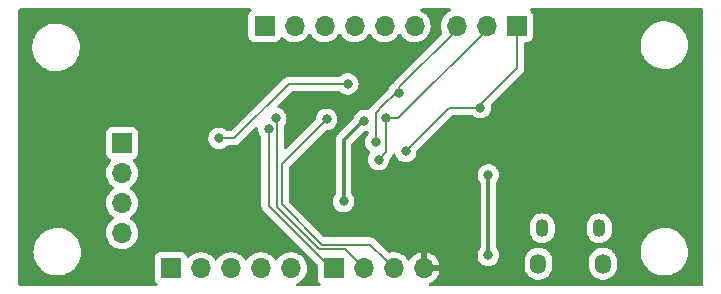
<source format=gbl>
%TF.GenerationSoftware,KiCad,Pcbnew,(6.0.1)*%
%TF.CreationDate,2022-01-27T16:39:23-05:00*%
%TF.ProjectId,MAX_86916,4d41585f-3836-4393-9136-2e6b69636164,rev?*%
%TF.SameCoordinates,Original*%
%TF.FileFunction,Copper,L2,Bot*%
%TF.FilePolarity,Positive*%
%FSLAX46Y46*%
G04 Gerber Fmt 4.6, Leading zero omitted, Abs format (unit mm)*
G04 Created by KiCad (PCBNEW (6.0.1)) date 2022-01-27 16:39:23*
%MOMM*%
%LPD*%
G01*
G04 APERTURE LIST*
%TA.AperFunction,ComponentPad*%
%ADD10R,1.700000X1.700000*%
%TD*%
%TA.AperFunction,ComponentPad*%
%ADD11O,1.700000X1.700000*%
%TD*%
%TA.AperFunction,ComponentPad*%
%ADD12O,1.350000X1.700000*%
%TD*%
%TA.AperFunction,ComponentPad*%
%ADD13O,1.100000X1.500000*%
%TD*%
%TA.AperFunction,ViaPad*%
%ADD14C,0.800000*%
%TD*%
%TA.AperFunction,Conductor*%
%ADD15C,0.300000*%
%TD*%
%TA.AperFunction,Conductor*%
%ADD16C,0.200000*%
%TD*%
G04 APERTURE END LIST*
D10*
%TO.P,J2,1,Pin_1*%
%TO.N,PA0*%
X57787500Y-111400000D03*
D11*
%TO.P,J2,2,Pin_2*%
%TO.N,PA1*%
X57787500Y-113940000D03*
%TO.P,J2,3,Pin_3*%
%TO.N,PA2*%
X57787500Y-116480000D03*
%TO.P,J2,4,Pin_4*%
%TO.N,PA3*%
X57787500Y-119020000D03*
%TD*%
D10*
%TO.P,J4,1,Pin_1*%
%TO.N,PA4*%
X61912500Y-122000000D03*
D11*
%TO.P,J4,2,Pin_2*%
%TO.N,PA5*%
X64452500Y-122000000D03*
%TO.P,J4,3,Pin_3*%
%TO.N,PA6*%
X66992500Y-122000000D03*
%TO.P,J4,4,Pin_4*%
%TO.N,PA7*%
X69532500Y-122000000D03*
%TO.P,J4,5,Pin_5*%
%TO.N,PB0*%
X72072500Y-122000000D03*
%TD*%
D12*
%TO.P,J6,6,Shield*%
%TO.N,Net-(C12-Pad1)*%
X93045000Y-121615000D03*
D13*
X98195000Y-118615000D03*
D12*
X98505000Y-121615000D03*
D13*
X93355000Y-118615000D03*
%TD*%
D10*
%TO.P,J5,1,Pin_1*%
%TO.N,SCL*%
X91225000Y-101500000D03*
D11*
%TO.P,J5,2,Pin_2*%
%TO.N,SDA*%
X88685000Y-101500000D03*
%TO.P,J5,3,Pin_3*%
%TO.N,INTB*%
X86145000Y-101500000D03*
%TD*%
D10*
%TO.P,J1,1,Pin_1*%
%TO.N,SWDIO*%
X75700000Y-122000000D03*
D11*
%TO.P,J1,2,Pin_2*%
%TO.N,SWCLK*%
X78240000Y-122000000D03*
%TO.P,J1,3,Pin_3*%
%TO.N,Net-(J1-Pad3)*%
X80780000Y-122000000D03*
%TO.P,J1,4,Pin_4*%
%TO.N,GND*%
X83320000Y-122000000D03*
%TD*%
D10*
%TO.P,J3,1,Pin_1*%
%TO.N,PB7*%
X69850000Y-101500000D03*
D11*
%TO.P,J3,2,Pin_2*%
%TO.N,PB6*%
X72390000Y-101500000D03*
%TO.P,J3,3,Pin_3*%
%TO.N,PB5*%
X74930000Y-101500000D03*
%TO.P,J3,4,Pin_4*%
%TO.N,PB4*%
X77470000Y-101500000D03*
%TO.P,J3,5,Pin_5*%
%TO.N,PB3*%
X80010000Y-101500000D03*
%TO.P,J3,6,Pin_6*%
%TO.N,PA15*%
X82550000Y-101500000D03*
%TD*%
D14*
%TO.N,GND*%
X93200000Y-111299500D03*
X92400000Y-104900000D03*
X86100000Y-114100000D03*
X78500000Y-114300000D03*
X94700500Y-116400000D03*
X97100000Y-116900000D03*
X62100000Y-102200000D03*
%TO.N,+1V8*%
X88800000Y-114100000D03*
X88800000Y-120900000D03*
%TO.N,+3V0*%
X78300000Y-109500500D03*
X76550000Y-116350000D03*
%TO.N,SCL*%
X88100000Y-108400000D03*
X81800000Y-112100000D03*
%TO.N,SDA*%
X79500000Y-112800000D03*
X80100000Y-109300000D03*
%TO.N,INTB*%
X79272385Y-111326635D03*
X81244622Y-107144622D03*
%TO.N,NRST*%
X66000000Y-111000000D03*
X76900000Y-106400000D03*
%TO.N,SWDIO*%
X70200000Y-110200000D03*
%TO.N,SWCLK*%
X70800000Y-109300000D03*
%TO.N,Net-(J1-Pad3)*%
X75100000Y-109400000D03*
%TD*%
D15*
%TO.N,+3V0*%
X76550000Y-111150000D02*
X76550000Y-116350000D01*
X78199500Y-109500500D02*
X76550000Y-111150000D01*
X78300000Y-109500500D02*
X78199500Y-109500500D01*
%TO.N,+1V8*%
X88800000Y-120900000D02*
X88800000Y-114400000D01*
D16*
%TO.N,SCL*%
X88100000Y-108400000D02*
X85500000Y-108400000D01*
X91225000Y-105064259D02*
X88100000Y-108189259D01*
X91225000Y-101800000D02*
X91225000Y-105064259D01*
X85500000Y-108400000D02*
X81800000Y-112100000D01*
X88100000Y-108189259D02*
X88100000Y-108400000D01*
%TO.N,SDA*%
X80100000Y-109300000D02*
X80100000Y-112200000D01*
X80100000Y-112200000D02*
X79500000Y-112800000D01*
X88685000Y-101800000D02*
X81185000Y-109300000D01*
X81185000Y-109300000D02*
X80100000Y-109300000D01*
%TO.N,INTB*%
X79900000Y-108200000D02*
X80955378Y-107144622D01*
X79272385Y-111326635D02*
X79272385Y-108827615D01*
X80955378Y-107144622D02*
X81244622Y-107144622D01*
X79272385Y-108827615D02*
X79900000Y-108200000D01*
X81244622Y-106700378D02*
X81244622Y-107144622D01*
X86145000Y-101800000D02*
X81244622Y-106700378D01*
%TO.N,NRST*%
X76900000Y-106400000D02*
X71900000Y-106400000D01*
X71900000Y-106400000D02*
X67300000Y-111000000D01*
X67300000Y-111000000D02*
X66000000Y-111000000D01*
%TO.N,SWDIO*%
X70200000Y-116700000D02*
X70200000Y-110200000D01*
X75500000Y-122000000D02*
X70200000Y-116700000D01*
X75700000Y-122000000D02*
X75500000Y-122000000D01*
%TO.N,SWCLK*%
X76640000Y-120400000D02*
X78240000Y-122000000D01*
X74500000Y-120400000D02*
X76640000Y-120400000D01*
X70899511Y-116799511D02*
X74500000Y-120400000D01*
X70800000Y-109300000D02*
X70899511Y-109399511D01*
X70899511Y-109399511D02*
X70899511Y-116799511D01*
%TO.N,Net-(J1-Pad3)*%
X78780480Y-120000480D02*
X80040000Y-121260000D01*
X75100000Y-109400000D02*
X71299031Y-113200969D01*
X74699511Y-120000480D02*
X78780480Y-120000480D01*
X71299031Y-113200969D02*
X71299031Y-116600000D01*
X80040000Y-121260000D02*
X80780000Y-122000000D01*
X71299031Y-116600000D02*
X74699511Y-120000480D01*
%TD*%
%TA.AperFunction,Conductor*%
%TO.N,GND*%
G36*
X68698562Y-100028002D02*
G01*
X68745055Y-100081658D01*
X68755159Y-100151932D01*
X68725665Y-100216512D01*
X68706006Y-100234826D01*
X68673568Y-100259137D01*
X68636739Y-100286739D01*
X68549385Y-100403295D01*
X68498255Y-100539684D01*
X68491500Y-100601866D01*
X68491500Y-102398134D01*
X68498255Y-102460316D01*
X68549385Y-102596705D01*
X68636739Y-102713261D01*
X68753295Y-102800615D01*
X68889684Y-102851745D01*
X68951866Y-102858500D01*
X70748134Y-102858500D01*
X70810316Y-102851745D01*
X70946705Y-102800615D01*
X71063261Y-102713261D01*
X71150615Y-102596705D01*
X71170309Y-102544171D01*
X71194598Y-102479382D01*
X71237240Y-102422618D01*
X71303802Y-102397918D01*
X71373150Y-102413126D01*
X71407817Y-102441114D01*
X71436250Y-102473938D01*
X71608126Y-102616632D01*
X71801000Y-102729338D01*
X71805825Y-102731180D01*
X71805826Y-102731181D01*
X71856093Y-102750376D01*
X72009692Y-102809030D01*
X72014760Y-102810061D01*
X72014763Y-102810062D01*
X72122012Y-102831882D01*
X72228597Y-102853567D01*
X72233772Y-102853757D01*
X72233774Y-102853757D01*
X72446673Y-102861564D01*
X72446677Y-102861564D01*
X72451837Y-102861753D01*
X72456957Y-102861097D01*
X72456959Y-102861097D01*
X72668288Y-102834025D01*
X72668289Y-102834025D01*
X72673416Y-102833368D01*
X72678369Y-102831882D01*
X72882429Y-102770661D01*
X72882434Y-102770659D01*
X72887384Y-102769174D01*
X73087994Y-102670896D01*
X73269860Y-102541173D01*
X73428096Y-102383489D01*
X73458048Y-102341807D01*
X73558453Y-102202077D01*
X73559776Y-102203028D01*
X73606645Y-102159857D01*
X73676580Y-102147625D01*
X73742026Y-102175144D01*
X73769875Y-102206994D01*
X73829987Y-102305088D01*
X73976250Y-102473938D01*
X74148126Y-102616632D01*
X74341000Y-102729338D01*
X74345825Y-102731180D01*
X74345826Y-102731181D01*
X74396093Y-102750376D01*
X74549692Y-102809030D01*
X74554760Y-102810061D01*
X74554763Y-102810062D01*
X74662012Y-102831882D01*
X74768597Y-102853567D01*
X74773772Y-102853757D01*
X74773774Y-102853757D01*
X74986673Y-102861564D01*
X74986677Y-102861564D01*
X74991837Y-102861753D01*
X74996957Y-102861097D01*
X74996959Y-102861097D01*
X75208288Y-102834025D01*
X75208289Y-102834025D01*
X75213416Y-102833368D01*
X75218369Y-102831882D01*
X75422429Y-102770661D01*
X75422434Y-102770659D01*
X75427384Y-102769174D01*
X75627994Y-102670896D01*
X75809860Y-102541173D01*
X75968096Y-102383489D01*
X75998048Y-102341807D01*
X76098453Y-102202077D01*
X76099776Y-102203028D01*
X76146645Y-102159857D01*
X76216580Y-102147625D01*
X76282026Y-102175144D01*
X76309875Y-102206994D01*
X76369987Y-102305088D01*
X76516250Y-102473938D01*
X76688126Y-102616632D01*
X76881000Y-102729338D01*
X76885825Y-102731180D01*
X76885826Y-102731181D01*
X76936093Y-102750376D01*
X77089692Y-102809030D01*
X77094760Y-102810061D01*
X77094763Y-102810062D01*
X77202012Y-102831882D01*
X77308597Y-102853567D01*
X77313772Y-102853757D01*
X77313774Y-102853757D01*
X77526673Y-102861564D01*
X77526677Y-102861564D01*
X77531837Y-102861753D01*
X77536957Y-102861097D01*
X77536959Y-102861097D01*
X77748288Y-102834025D01*
X77748289Y-102834025D01*
X77753416Y-102833368D01*
X77758369Y-102831882D01*
X77962429Y-102770661D01*
X77962434Y-102770659D01*
X77967384Y-102769174D01*
X78167994Y-102670896D01*
X78349860Y-102541173D01*
X78508096Y-102383489D01*
X78538048Y-102341807D01*
X78638453Y-102202077D01*
X78639776Y-102203028D01*
X78686645Y-102159857D01*
X78756580Y-102147625D01*
X78822026Y-102175144D01*
X78849875Y-102206994D01*
X78909987Y-102305088D01*
X79056250Y-102473938D01*
X79228126Y-102616632D01*
X79421000Y-102729338D01*
X79425825Y-102731180D01*
X79425826Y-102731181D01*
X79476093Y-102750376D01*
X79629692Y-102809030D01*
X79634760Y-102810061D01*
X79634763Y-102810062D01*
X79742012Y-102831882D01*
X79848597Y-102853567D01*
X79853772Y-102853757D01*
X79853774Y-102853757D01*
X80066673Y-102861564D01*
X80066677Y-102861564D01*
X80071837Y-102861753D01*
X80076957Y-102861097D01*
X80076959Y-102861097D01*
X80288288Y-102834025D01*
X80288289Y-102834025D01*
X80293416Y-102833368D01*
X80298369Y-102831882D01*
X80502429Y-102770661D01*
X80502434Y-102770659D01*
X80507384Y-102769174D01*
X80707994Y-102670896D01*
X80889860Y-102541173D01*
X81048096Y-102383489D01*
X81078048Y-102341807D01*
X81178453Y-102202077D01*
X81179776Y-102203028D01*
X81226645Y-102159857D01*
X81296580Y-102147625D01*
X81362026Y-102175144D01*
X81389875Y-102206994D01*
X81449987Y-102305088D01*
X81596250Y-102473938D01*
X81768126Y-102616632D01*
X81961000Y-102729338D01*
X81965825Y-102731180D01*
X81965826Y-102731181D01*
X82016093Y-102750376D01*
X82169692Y-102809030D01*
X82174760Y-102810061D01*
X82174763Y-102810062D01*
X82282012Y-102831882D01*
X82388597Y-102853567D01*
X82393772Y-102853757D01*
X82393774Y-102853757D01*
X82606673Y-102861564D01*
X82606677Y-102861564D01*
X82611837Y-102861753D01*
X82616957Y-102861097D01*
X82616959Y-102861097D01*
X82828288Y-102834025D01*
X82828289Y-102834025D01*
X82833416Y-102833368D01*
X82838369Y-102831882D01*
X83042429Y-102770661D01*
X83042434Y-102770659D01*
X83047384Y-102769174D01*
X83247994Y-102670896D01*
X83429860Y-102541173D01*
X83588096Y-102383489D01*
X83618048Y-102341807D01*
X83715435Y-102206277D01*
X83718453Y-102202077D01*
X83739320Y-102159857D01*
X83815136Y-102006453D01*
X83815137Y-102006451D01*
X83817430Y-102001811D01*
X83863044Y-101851678D01*
X83880865Y-101793023D01*
X83880865Y-101793021D01*
X83882370Y-101788069D01*
X83911529Y-101566590D01*
X83913156Y-101500000D01*
X83894852Y-101277361D01*
X83840431Y-101060702D01*
X83751354Y-100855840D01*
X83630014Y-100668277D01*
X83479670Y-100503051D01*
X83475619Y-100499852D01*
X83475615Y-100499848D01*
X83308414Y-100367800D01*
X83308410Y-100367798D01*
X83304359Y-100364598D01*
X83108789Y-100256638D01*
X83103919Y-100254913D01*
X83103909Y-100254909D01*
X83097874Y-100252772D01*
X83040338Y-100211178D01*
X83014423Y-100145080D01*
X83028358Y-100075464D01*
X83077717Y-100024433D01*
X83139935Y-100008000D01*
X85553954Y-100008000D01*
X85622075Y-100028002D01*
X85668568Y-100081658D01*
X85678672Y-100151932D01*
X85649178Y-100216512D01*
X85612134Y-100245763D01*
X85418607Y-100346507D01*
X85414474Y-100349610D01*
X85414471Y-100349612D01*
X85244100Y-100477530D01*
X85239965Y-100480635D01*
X85200525Y-100521907D01*
X85128729Y-100597037D01*
X85085629Y-100642138D01*
X84959743Y-100826680D01*
X84865688Y-101029305D01*
X84805989Y-101244570D01*
X84782251Y-101466695D01*
X84782548Y-101471848D01*
X84782548Y-101471851D01*
X84788011Y-101566590D01*
X84795110Y-101689715D01*
X84796247Y-101694761D01*
X84796248Y-101694767D01*
X84808631Y-101749713D01*
X84844222Y-101907639D01*
X84908836Y-102066766D01*
X84915932Y-102137405D01*
X84881188Y-102203263D01*
X80848388Y-106236063D01*
X80835997Y-106246930D01*
X80810635Y-106266391D01*
X80786148Y-106298303D01*
X80786145Y-106298306D01*
X80786139Y-106298314D01*
X80718128Y-106386946D01*
X80718126Y-106386949D01*
X80713098Y-106393502D01*
X80712057Y-106396014D01*
X80679328Y-106432365D01*
X80633369Y-106465756D01*
X80505582Y-106607678D01*
X80410095Y-106773066D01*
X80397680Y-106811277D01*
X80392350Y-106827680D01*
X80361612Y-106877839D01*
X78876151Y-108363300D01*
X78863760Y-108374167D01*
X78838398Y-108393628D01*
X78813911Y-108425540D01*
X78813908Y-108425543D01*
X78813902Y-108425551D01*
X78752020Y-108506197D01*
X78740861Y-108520739D01*
X78737702Y-108528367D01*
X78737699Y-108528371D01*
X78725847Y-108556986D01*
X78681300Y-108612267D01*
X78613936Y-108634689D01*
X78582589Y-108630291D01*
X78582288Y-108631706D01*
X78401944Y-108593372D01*
X78401939Y-108593372D01*
X78395487Y-108592000D01*
X78204513Y-108592000D01*
X78198061Y-108593372D01*
X78198056Y-108593372D01*
X78125090Y-108608882D01*
X78017712Y-108631706D01*
X78011682Y-108634391D01*
X78011681Y-108634391D01*
X77849278Y-108706697D01*
X77849276Y-108706698D01*
X77843248Y-108709382D01*
X77688747Y-108821634D01*
X77684326Y-108826544D01*
X77684325Y-108826545D01*
X77584922Y-108936944D01*
X77560960Y-108963556D01*
X77557659Y-108969274D01*
X77472580Y-109116635D01*
X77465473Y-109128944D01*
X77406458Y-109310572D01*
X77405768Y-109317137D01*
X77405049Y-109323978D01*
X77378038Y-109389636D01*
X77368834Y-109399907D01*
X76142396Y-110626345D01*
X76133613Y-110634337D01*
X76126920Y-110638584D01*
X76121494Y-110644362D01*
X76078395Y-110690258D01*
X76075640Y-110693100D01*
X76055073Y-110713667D01*
X76052356Y-110717170D01*
X76044648Y-110726195D01*
X76013028Y-110759867D01*
X76009207Y-110766818D01*
X76009206Y-110766819D01*
X76002697Y-110778658D01*
X75991843Y-110795182D01*
X75985164Y-110803794D01*
X75978696Y-110812132D01*
X75975549Y-110819404D01*
X75975548Y-110819406D01*
X75960346Y-110854535D01*
X75955124Y-110865195D01*
X75946509Y-110880866D01*
X75932876Y-110905663D01*
X75927541Y-110926441D01*
X75921142Y-110945131D01*
X75912620Y-110964824D01*
X75911380Y-110972655D01*
X75905394Y-111010448D01*
X75902987Y-111022071D01*
X75891500Y-111066812D01*
X75891500Y-111088259D01*
X75889949Y-111107969D01*
X75886594Y-111129152D01*
X75887340Y-111137043D01*
X75890941Y-111175138D01*
X75891500Y-111186996D01*
X75891500Y-115675241D01*
X75871498Y-115743362D01*
X75859136Y-115759551D01*
X75810960Y-115813056D01*
X75715473Y-115978444D01*
X75656458Y-116160072D01*
X75636496Y-116350000D01*
X75656458Y-116539928D01*
X75715473Y-116721556D01*
X75718776Y-116727278D01*
X75718777Y-116727279D01*
X75742327Y-116768069D01*
X75810960Y-116886944D01*
X75815378Y-116891851D01*
X75815379Y-116891852D01*
X75900558Y-116986453D01*
X75938747Y-117028866D01*
X76022655Y-117089829D01*
X76074414Y-117127434D01*
X76093248Y-117141118D01*
X76099276Y-117143802D01*
X76099278Y-117143803D01*
X76194677Y-117186277D01*
X76267712Y-117218794D01*
X76361112Y-117238647D01*
X76448056Y-117257128D01*
X76448061Y-117257128D01*
X76454513Y-117258500D01*
X76645487Y-117258500D01*
X76651939Y-117257128D01*
X76651944Y-117257128D01*
X76738888Y-117238647D01*
X76832288Y-117218794D01*
X76905323Y-117186277D01*
X77000722Y-117143803D01*
X77000724Y-117143802D01*
X77006752Y-117141118D01*
X77025587Y-117127434D01*
X77077345Y-117089829D01*
X77161253Y-117028866D01*
X77199442Y-116986453D01*
X77284621Y-116891852D01*
X77284622Y-116891851D01*
X77289040Y-116886944D01*
X77357673Y-116768069D01*
X77381223Y-116727279D01*
X77381224Y-116727278D01*
X77384527Y-116721556D01*
X77443542Y-116539928D01*
X77463504Y-116350000D01*
X77443542Y-116160072D01*
X77384527Y-115978444D01*
X77289040Y-115813056D01*
X77240864Y-115759551D01*
X77210146Y-115695544D01*
X77208500Y-115675241D01*
X77208500Y-111474950D01*
X77228502Y-111406829D01*
X77245400Y-111385860D01*
X78185355Y-110445904D01*
X78247666Y-110411880D01*
X78274449Y-110409000D01*
X78395487Y-110409000D01*
X78401939Y-110407628D01*
X78401944Y-110407628D01*
X78511688Y-110384301D01*
X78582479Y-110389703D01*
X78639112Y-110432520D01*
X78663605Y-110499158D01*
X78663885Y-110507548D01*
X78663885Y-110596345D01*
X78643883Y-110664466D01*
X78631521Y-110680655D01*
X78553939Y-110766819D01*
X78533345Y-110789691D01*
X78437858Y-110955079D01*
X78378843Y-111136707D01*
X78358881Y-111326635D01*
X78378843Y-111516563D01*
X78437858Y-111698191D01*
X78441161Y-111703913D01*
X78441162Y-111703914D01*
X78475071Y-111762645D01*
X78533345Y-111863579D01*
X78537763Y-111868486D01*
X78537764Y-111868487D01*
X78573792Y-111908500D01*
X78661132Y-112005501D01*
X78725244Y-112052081D01*
X78748462Y-112068950D01*
X78791815Y-112125173D01*
X78797890Y-112195909D01*
X78769246Y-112252794D01*
X78769261Y-112252805D01*
X78769194Y-112252897D01*
X78768037Y-112255195D01*
X78765384Y-112258142D01*
X78765382Y-112258145D01*
X78760960Y-112263056D01*
X78757658Y-112268775D01*
X78757656Y-112268778D01*
X78705154Y-112359714D01*
X78665473Y-112428444D01*
X78606458Y-112610072D01*
X78605768Y-112616633D01*
X78605768Y-112616635D01*
X78591568Y-112751745D01*
X78586496Y-112800000D01*
X78587186Y-112806565D01*
X78603955Y-112966109D01*
X78606458Y-112989928D01*
X78665473Y-113171556D01*
X78760960Y-113336944D01*
X78888747Y-113478866D01*
X79043248Y-113591118D01*
X79049276Y-113593802D01*
X79049278Y-113593803D01*
X79211681Y-113666109D01*
X79217712Y-113668794D01*
X79291932Y-113684570D01*
X79398056Y-113707128D01*
X79398061Y-113707128D01*
X79404513Y-113708500D01*
X79595487Y-113708500D01*
X79601939Y-113707128D01*
X79601944Y-113707128D01*
X79708068Y-113684570D01*
X79782288Y-113668794D01*
X79788319Y-113666109D01*
X79950722Y-113593803D01*
X79950724Y-113593802D01*
X79956752Y-113591118D01*
X80111253Y-113478866D01*
X80239040Y-113336944D01*
X80334527Y-113171556D01*
X80393542Y-112989928D01*
X80396046Y-112966109D01*
X80412814Y-112806565D01*
X80413504Y-112800000D01*
X80413316Y-112798214D01*
X80432816Y-112731804D01*
X80449719Y-112710830D01*
X80496234Y-112664315D01*
X80508625Y-112653448D01*
X80527437Y-112639013D01*
X80533987Y-112633987D01*
X80558474Y-112602075D01*
X80558480Y-112602069D01*
X80626496Y-112513429D01*
X80626497Y-112513427D01*
X80631524Y-112506876D01*
X80692838Y-112358851D01*
X80694922Y-112359714D01*
X80725744Y-112309138D01*
X80789602Y-112278111D01*
X80860097Y-112286534D01*
X80914848Y-112331732D01*
X80930339Y-112363427D01*
X80965473Y-112471556D01*
X81060960Y-112636944D01*
X81065378Y-112641851D01*
X81065379Y-112641852D01*
X81127487Y-112710830D01*
X81188747Y-112778866D01*
X81343248Y-112891118D01*
X81349276Y-112893802D01*
X81349278Y-112893803D01*
X81474529Y-112949568D01*
X81517712Y-112968794D01*
X81586263Y-112983365D01*
X81698056Y-113007128D01*
X81698061Y-113007128D01*
X81704513Y-113008500D01*
X81895487Y-113008500D01*
X81901939Y-113007128D01*
X81901944Y-113007128D01*
X82013737Y-112983365D01*
X82082288Y-112968794D01*
X82125471Y-112949568D01*
X82250722Y-112893803D01*
X82250724Y-112893802D01*
X82256752Y-112891118D01*
X82411253Y-112778866D01*
X82472513Y-112710830D01*
X82534621Y-112641852D01*
X82534622Y-112641851D01*
X82539040Y-112636944D01*
X82634527Y-112471556D01*
X82693542Y-112289928D01*
X82696367Y-112263056D01*
X82712814Y-112106565D01*
X82713504Y-112100000D01*
X82713316Y-112098214D01*
X82732816Y-112031804D01*
X82749719Y-112010830D01*
X85715144Y-109045405D01*
X85777456Y-109011379D01*
X85804239Y-109008500D01*
X87369290Y-109008500D01*
X87437411Y-109028502D01*
X87462926Y-109050189D01*
X87488747Y-109078866D01*
X87643248Y-109191118D01*
X87649276Y-109193802D01*
X87649278Y-109193803D01*
X87700560Y-109216635D01*
X87817712Y-109268794D01*
X87911113Y-109288647D01*
X87998056Y-109307128D01*
X87998061Y-109307128D01*
X88004513Y-109308500D01*
X88195487Y-109308500D01*
X88201939Y-109307128D01*
X88201944Y-109307128D01*
X88288887Y-109288647D01*
X88382288Y-109268794D01*
X88499440Y-109216635D01*
X88550722Y-109193803D01*
X88550724Y-109193802D01*
X88556752Y-109191118D01*
X88711253Y-109078866D01*
X88737074Y-109050189D01*
X88834621Y-108941852D01*
X88834622Y-108941851D01*
X88839040Y-108936944D01*
X88934527Y-108771556D01*
X88993542Y-108589928D01*
X89013504Y-108400000D01*
X88994706Y-108221151D01*
X89007478Y-108151314D01*
X89030921Y-108118887D01*
X91621234Y-105528574D01*
X91633625Y-105517707D01*
X91652437Y-105503272D01*
X91658987Y-105498246D01*
X91683474Y-105466334D01*
X91683477Y-105466331D01*
X91756523Y-105371135D01*
X91756524Y-105371134D01*
X91782722Y-105307888D01*
X91814678Y-105230738D01*
X91817838Y-105223109D01*
X91833500Y-105104144D01*
X91833500Y-105104137D01*
X91838750Y-105064259D01*
X91834578Y-105032566D01*
X91833500Y-105016123D01*
X91833500Y-103029733D01*
X101687822Y-103029733D01*
X101687975Y-103034121D01*
X101687975Y-103034127D01*
X101689911Y-103089542D01*
X101697625Y-103310458D01*
X101698387Y-103314781D01*
X101698388Y-103314788D01*
X101722164Y-103449624D01*
X101746402Y-103587087D01*
X101833203Y-103854235D01*
X101835131Y-103858188D01*
X101835133Y-103858193D01*
X101890313Y-103971328D01*
X101956340Y-104106702D01*
X101958795Y-104110341D01*
X101958798Y-104110347D01*
X102010118Y-104186431D01*
X102113415Y-104339576D01*
X102301371Y-104548322D01*
X102516550Y-104728879D01*
X102754764Y-104877731D01*
X103011375Y-104991982D01*
X103015603Y-104993194D01*
X103015602Y-104993194D01*
X103263437Y-105064259D01*
X103281390Y-105069407D01*
X103285740Y-105070018D01*
X103285743Y-105070019D01*
X103353319Y-105079516D01*
X103559552Y-105108500D01*
X103770146Y-105108500D01*
X103772332Y-105108347D01*
X103772336Y-105108347D01*
X103975827Y-105094118D01*
X103975832Y-105094117D01*
X103980212Y-105093811D01*
X104254970Y-105035409D01*
X104259099Y-105033906D01*
X104259103Y-105033905D01*
X104514781Y-104940846D01*
X104514785Y-104940844D01*
X104518926Y-104939337D01*
X104766942Y-104807464D01*
X104770503Y-104804877D01*
X104990629Y-104644947D01*
X104990632Y-104644944D01*
X104994192Y-104642358D01*
X105196252Y-104447231D01*
X105369188Y-104225882D01*
X105371384Y-104222078D01*
X105371389Y-104222071D01*
X105507435Y-103986431D01*
X105509636Y-103982619D01*
X105614862Y-103722176D01*
X105648544Y-103587087D01*
X105681753Y-103453893D01*
X105681754Y-103453888D01*
X105682817Y-103449624D01*
X105690699Y-103374636D01*
X105711719Y-103174636D01*
X105711719Y-103174633D01*
X105712178Y-103170267D01*
X105709513Y-103093939D01*
X105702529Y-102893939D01*
X105702528Y-102893933D01*
X105702375Y-102889542D01*
X105700429Y-102878502D01*
X105665797Y-102682099D01*
X105653598Y-102612913D01*
X105566797Y-102345765D01*
X105546958Y-102305088D01*
X105502320Y-102213569D01*
X105443660Y-102093298D01*
X105441205Y-102089659D01*
X105441202Y-102089653D01*
X105321660Y-101912425D01*
X105286585Y-101860424D01*
X105098629Y-101651678D01*
X105028147Y-101592536D01*
X104886819Y-101473948D01*
X104886820Y-101473948D01*
X104883450Y-101471121D01*
X104645236Y-101322269D01*
X104388625Y-101208018D01*
X104118610Y-101130593D01*
X104114260Y-101129982D01*
X104114257Y-101129981D01*
X104011310Y-101115513D01*
X103840448Y-101091500D01*
X103629854Y-101091500D01*
X103627668Y-101091653D01*
X103627664Y-101091653D01*
X103424173Y-101105882D01*
X103424168Y-101105883D01*
X103419788Y-101106189D01*
X103145030Y-101164591D01*
X103140901Y-101166094D01*
X103140897Y-101166095D01*
X102885219Y-101259154D01*
X102885215Y-101259156D01*
X102881074Y-101260663D01*
X102633058Y-101392536D01*
X102629499Y-101395122D01*
X102629497Y-101395123D01*
X102456952Y-101520484D01*
X102405808Y-101557642D01*
X102402644Y-101560698D01*
X102402641Y-101560700D01*
X102369674Y-101592536D01*
X102203748Y-101752769D01*
X102030812Y-101974118D01*
X102028616Y-101977922D01*
X102028611Y-101977929D01*
X101917342Y-102170653D01*
X101890364Y-102217381D01*
X101785138Y-102477824D01*
X101784073Y-102482097D01*
X101784072Y-102482099D01*
X101721969Y-102731181D01*
X101717183Y-102750376D01*
X101716724Y-102754744D01*
X101716723Y-102754749D01*
X101695703Y-102954749D01*
X101687822Y-103029733D01*
X91833500Y-103029733D01*
X91833500Y-102984500D01*
X91853502Y-102916379D01*
X91907158Y-102869886D01*
X91959500Y-102858500D01*
X92123134Y-102858500D01*
X92185316Y-102851745D01*
X92321705Y-102800615D01*
X92438261Y-102713261D01*
X92525615Y-102596705D01*
X92576745Y-102460316D01*
X92583500Y-102398134D01*
X92583500Y-100601866D01*
X92576745Y-100539684D01*
X92525615Y-100403295D01*
X92438261Y-100286739D01*
X92401432Y-100259137D01*
X92368994Y-100234826D01*
X92326479Y-100177967D01*
X92321453Y-100107148D01*
X92355513Y-100044855D01*
X92417845Y-100010865D01*
X92444559Y-100008000D01*
X106866000Y-100008000D01*
X106934121Y-100028002D01*
X106980614Y-100081658D01*
X106992000Y-100134000D01*
X106992000Y-123366000D01*
X106971998Y-123434121D01*
X106918342Y-123480614D01*
X106866000Y-123492000D01*
X83905004Y-123492000D01*
X83836883Y-123471998D01*
X83790390Y-123418342D01*
X83780286Y-123348068D01*
X83809780Y-123283488D01*
X83849571Y-123252849D01*
X84013095Y-123172739D01*
X84021945Y-123167464D01*
X84195328Y-123043792D01*
X84203200Y-123037139D01*
X84354052Y-122886812D01*
X84360730Y-122878965D01*
X84485003Y-122706020D01*
X84490313Y-122697183D01*
X84584670Y-122506267D01*
X84588469Y-122496672D01*
X84650377Y-122292910D01*
X84652555Y-122282837D01*
X84653986Y-122271962D01*
X84651775Y-122257778D01*
X84638617Y-122254000D01*
X83192000Y-122254000D01*
X83123879Y-122233998D01*
X83077386Y-122180342D01*
X83066000Y-122128000D01*
X83066000Y-121845176D01*
X91861500Y-121845176D01*
X91876333Y-122006600D01*
X91877902Y-122012162D01*
X91877902Y-122012164D01*
X91905853Y-122111272D01*
X91935374Y-122215945D01*
X92031577Y-122411026D01*
X92035031Y-122415652D01*
X92035032Y-122415653D01*
X92123335Y-122533905D01*
X92161720Y-122585309D01*
X92165954Y-122589223D01*
X92165956Y-122589225D01*
X92292836Y-122706511D01*
X92321444Y-122732956D01*
X92505401Y-122849024D01*
X92707428Y-122929624D01*
X92861726Y-122960316D01*
X92910571Y-122970032D01*
X92920761Y-122972059D01*
X92926536Y-122972135D01*
X92926540Y-122972135D01*
X93035581Y-122973562D01*
X93138254Y-122974906D01*
X93143951Y-122973927D01*
X93143952Y-122973927D01*
X93346935Y-122939048D01*
X93346938Y-122939047D01*
X93352625Y-122938070D01*
X93556693Y-122862786D01*
X93743624Y-122751573D01*
X93907158Y-122608158D01*
X93928816Y-122580685D01*
X94038245Y-122441876D01*
X94038247Y-122441874D01*
X94041819Y-122437342D01*
X94143095Y-122244846D01*
X94179377Y-122128000D01*
X94205883Y-122042639D01*
X94205884Y-122042636D01*
X94207597Y-122037118D01*
X94228500Y-121860510D01*
X94228500Y-121845176D01*
X97321500Y-121845176D01*
X97336333Y-122006600D01*
X97337902Y-122012162D01*
X97337902Y-122012164D01*
X97365853Y-122111272D01*
X97395374Y-122215945D01*
X97491577Y-122411026D01*
X97495031Y-122415652D01*
X97495032Y-122415653D01*
X97583335Y-122533905D01*
X97621720Y-122585309D01*
X97625954Y-122589223D01*
X97625956Y-122589225D01*
X97752836Y-122706511D01*
X97781444Y-122732956D01*
X97965401Y-122849024D01*
X98167428Y-122929624D01*
X98321726Y-122960316D01*
X98370571Y-122970032D01*
X98380761Y-122972059D01*
X98386536Y-122972135D01*
X98386540Y-122972135D01*
X98495581Y-122973562D01*
X98598254Y-122974906D01*
X98603951Y-122973927D01*
X98603952Y-122973927D01*
X98806935Y-122939048D01*
X98806938Y-122939047D01*
X98812625Y-122938070D01*
X99016693Y-122862786D01*
X99203624Y-122751573D01*
X99367158Y-122608158D01*
X99388816Y-122580685D01*
X99498245Y-122441876D01*
X99498247Y-122441874D01*
X99501819Y-122437342D01*
X99603095Y-122244846D01*
X99639377Y-122128000D01*
X99665883Y-122042639D01*
X99665884Y-122042636D01*
X99667597Y-122037118D01*
X99688500Y-121860510D01*
X99688500Y-121384824D01*
X99673667Y-121223400D01*
X99657044Y-121164457D01*
X99616195Y-121019619D01*
X99614626Y-121014055D01*
X99518423Y-120818974D01*
X99508781Y-120806061D01*
X99391733Y-120649315D01*
X99391732Y-120649314D01*
X99388280Y-120644691D01*
X99349648Y-120608980D01*
X99263919Y-120529733D01*
X101687822Y-120529733D01*
X101687975Y-120534121D01*
X101687975Y-120534127D01*
X101697182Y-120797767D01*
X101697625Y-120810458D01*
X101698387Y-120814781D01*
X101698388Y-120814788D01*
X101722164Y-120949624D01*
X101746402Y-121087087D01*
X101833203Y-121354235D01*
X101835131Y-121358188D01*
X101835133Y-121358193D01*
X101870754Y-121431226D01*
X101956340Y-121606702D01*
X101958795Y-121610341D01*
X101958798Y-121610347D01*
X102010661Y-121687237D01*
X102113415Y-121839576D01*
X102301371Y-122048322D01*
X102304733Y-122051143D01*
X102304734Y-122051144D01*
X102323142Y-122066590D01*
X102516550Y-122228879D01*
X102754764Y-122377731D01*
X102934624Y-122457810D01*
X103001713Y-122487680D01*
X103011375Y-122491982D01*
X103281390Y-122569407D01*
X103285740Y-122570018D01*
X103285743Y-122570019D01*
X103361637Y-122580685D01*
X103559552Y-122608500D01*
X103770146Y-122608500D01*
X103772332Y-122608347D01*
X103772336Y-122608347D01*
X103975827Y-122594118D01*
X103975832Y-122594117D01*
X103980212Y-122593811D01*
X104254970Y-122535409D01*
X104259099Y-122533906D01*
X104259103Y-122533905D01*
X104514781Y-122440846D01*
X104514785Y-122440844D01*
X104518926Y-122439337D01*
X104766942Y-122307464D01*
X104770503Y-122304877D01*
X104990629Y-122144947D01*
X104990632Y-122144944D01*
X104994192Y-122142358D01*
X105196252Y-121947231D01*
X105369188Y-121725882D01*
X105371384Y-121722078D01*
X105371389Y-121722071D01*
X105507435Y-121486431D01*
X105509636Y-121482619D01*
X105614862Y-121222176D01*
X105615944Y-121217836D01*
X105681753Y-120953893D01*
X105681754Y-120953888D01*
X105682817Y-120949624D01*
X105687687Y-120903295D01*
X105711719Y-120674636D01*
X105711719Y-120674633D01*
X105712178Y-120670267D01*
X105712025Y-120665873D01*
X105702529Y-120393939D01*
X105702528Y-120393933D01*
X105702375Y-120389542D01*
X105700969Y-120381564D01*
X105657780Y-120136632D01*
X105653598Y-120112913D01*
X105566797Y-119845765D01*
X105558616Y-119828990D01*
X105461477Y-119629829D01*
X105443660Y-119593298D01*
X105441205Y-119589659D01*
X105441202Y-119589653D01*
X105360935Y-119470653D01*
X105286585Y-119360424D01*
X105098629Y-119151678D01*
X104883450Y-118971121D01*
X104645236Y-118822269D01*
X104388625Y-118708018D01*
X104118610Y-118630593D01*
X104114260Y-118629982D01*
X104114257Y-118629981D01*
X104011310Y-118615513D01*
X103840448Y-118591500D01*
X103629854Y-118591500D01*
X103627668Y-118591653D01*
X103627664Y-118591653D01*
X103424173Y-118605882D01*
X103424168Y-118605883D01*
X103419788Y-118606189D01*
X103145030Y-118664591D01*
X103140901Y-118666094D01*
X103140897Y-118666095D01*
X102885219Y-118759154D01*
X102885215Y-118759156D01*
X102881074Y-118760663D01*
X102633058Y-118892536D01*
X102629499Y-118895122D01*
X102629497Y-118895123D01*
X102427321Y-119042012D01*
X102405808Y-119057642D01*
X102402644Y-119060698D01*
X102402641Y-119060700D01*
X102313864Y-119146431D01*
X102203748Y-119252769D01*
X102030812Y-119474118D01*
X102028616Y-119477922D01*
X102028611Y-119477929D01*
X101940912Y-119629829D01*
X101890364Y-119717381D01*
X101785138Y-119977824D01*
X101784073Y-119982097D01*
X101784072Y-119982099D01*
X101718388Y-120245544D01*
X101717183Y-120250376D01*
X101716724Y-120254744D01*
X101716723Y-120254749D01*
X101690846Y-120500963D01*
X101687822Y-120529733D01*
X99263919Y-120529733D01*
X99232796Y-120500963D01*
X99232793Y-120500961D01*
X99228556Y-120497044D01*
X99044599Y-120380976D01*
X98842572Y-120300376D01*
X98629239Y-120257941D01*
X98623464Y-120257865D01*
X98623460Y-120257865D01*
X98514419Y-120256438D01*
X98411746Y-120255094D01*
X98406049Y-120256073D01*
X98406048Y-120256073D01*
X98203065Y-120290952D01*
X98203062Y-120290953D01*
X98197375Y-120291930D01*
X97993307Y-120367214D01*
X97806376Y-120478427D01*
X97642842Y-120621842D01*
X97639270Y-120626373D01*
X97534243Y-120759599D01*
X97508181Y-120792658D01*
X97406905Y-120985154D01*
X97405192Y-120990671D01*
X97348600Y-121172926D01*
X97342403Y-121192882D01*
X97341724Y-121198619D01*
X97323116Y-121355840D01*
X97321500Y-121369490D01*
X97321500Y-121845176D01*
X94228500Y-121845176D01*
X94228500Y-121384824D01*
X94213667Y-121223400D01*
X94197044Y-121164457D01*
X94156195Y-121019619D01*
X94154626Y-121014055D01*
X94058423Y-120818974D01*
X94048781Y-120806061D01*
X93931733Y-120649315D01*
X93931732Y-120649314D01*
X93928280Y-120644691D01*
X93889648Y-120608980D01*
X93772796Y-120500963D01*
X93772793Y-120500961D01*
X93768556Y-120497044D01*
X93584599Y-120380976D01*
X93382572Y-120300376D01*
X93169239Y-120257941D01*
X93163464Y-120257865D01*
X93163460Y-120257865D01*
X93054419Y-120256438D01*
X92951746Y-120255094D01*
X92946049Y-120256073D01*
X92946048Y-120256073D01*
X92743065Y-120290952D01*
X92743062Y-120290953D01*
X92737375Y-120291930D01*
X92533307Y-120367214D01*
X92346376Y-120478427D01*
X92182842Y-120621842D01*
X92179270Y-120626373D01*
X92074243Y-120759599D01*
X92048181Y-120792658D01*
X91946905Y-120985154D01*
X91945192Y-120990671D01*
X91888600Y-121172926D01*
X91882403Y-121192882D01*
X91881724Y-121198619D01*
X91863116Y-121355840D01*
X91861500Y-121369490D01*
X91861500Y-121845176D01*
X83066000Y-121845176D01*
X83066000Y-121727885D01*
X83574000Y-121727885D01*
X83578475Y-121743124D01*
X83579865Y-121744329D01*
X83587548Y-121746000D01*
X84638344Y-121746000D01*
X84651875Y-121742027D01*
X84653180Y-121732947D01*
X84611214Y-121565875D01*
X84607894Y-121556124D01*
X84522972Y-121360814D01*
X84518105Y-121351739D01*
X84402426Y-121172926D01*
X84396136Y-121164757D01*
X84252806Y-121007240D01*
X84245273Y-121000215D01*
X84118377Y-120900000D01*
X87886496Y-120900000D01*
X87887186Y-120906565D01*
X87900400Y-121032285D01*
X87906458Y-121089928D01*
X87965473Y-121271556D01*
X88060960Y-121436944D01*
X88188747Y-121578866D01*
X88343248Y-121691118D01*
X88349276Y-121693802D01*
X88349278Y-121693803D01*
X88511681Y-121766109D01*
X88517712Y-121768794D01*
X88611112Y-121788647D01*
X88698056Y-121807128D01*
X88698061Y-121807128D01*
X88704513Y-121808500D01*
X88895487Y-121808500D01*
X88901939Y-121807128D01*
X88901944Y-121807128D01*
X88988888Y-121788647D01*
X89082288Y-121768794D01*
X89088319Y-121766109D01*
X89250722Y-121693803D01*
X89250724Y-121693802D01*
X89256752Y-121691118D01*
X89411253Y-121578866D01*
X89539040Y-121436944D01*
X89634527Y-121271556D01*
X89693542Y-121089928D01*
X89699601Y-121032285D01*
X89712814Y-120906565D01*
X89713504Y-120900000D01*
X89707631Y-120844118D01*
X89694232Y-120716635D01*
X89694232Y-120716633D01*
X89693542Y-120710072D01*
X89634527Y-120528444D01*
X89539040Y-120363056D01*
X89530909Y-120354025D01*
X89490864Y-120309551D01*
X89460146Y-120245544D01*
X89458500Y-120225241D01*
X89458500Y-118867237D01*
X92296500Y-118867237D01*
X92296800Y-118870293D01*
X92296800Y-118870300D01*
X92311034Y-119015466D01*
X92311635Y-119021592D01*
X92350058Y-119148856D01*
X92368432Y-119209715D01*
X92371632Y-119220315D01*
X92374527Y-119225760D01*
X92374528Y-119225762D01*
X92462910Y-119391981D01*
X92469087Y-119403599D01*
X92484581Y-119422596D01*
X92596390Y-119559689D01*
X92596393Y-119559692D01*
X92600285Y-119564464D01*
X92605033Y-119568392D01*
X92605034Y-119568393D01*
X92690407Y-119639020D01*
X92760230Y-119696783D01*
X92765647Y-119699712D01*
X92765650Y-119699714D01*
X92937410Y-119792584D01*
X92937415Y-119792586D01*
X92942830Y-119795514D01*
X93141129Y-119856898D01*
X93147254Y-119857542D01*
X93147255Y-119857542D01*
X93341446Y-119877952D01*
X93341448Y-119877952D01*
X93347575Y-119878596D01*
X93433485Y-119870777D01*
X93548164Y-119860341D01*
X93548167Y-119860340D01*
X93554303Y-119859782D01*
X93560209Y-119858044D01*
X93560213Y-119858043D01*
X93747531Y-119802912D01*
X93747530Y-119802912D01*
X93753440Y-119801173D01*
X93937400Y-119705001D01*
X94099177Y-119574929D01*
X94104662Y-119568393D01*
X94222768Y-119427639D01*
X94232609Y-119415911D01*
X94235573Y-119410519D01*
X94235576Y-119410515D01*
X94329646Y-119239402D01*
X94332613Y-119234005D01*
X94395379Y-119036139D01*
X94396350Y-119027489D01*
X94404659Y-118953402D01*
X94413500Y-118874587D01*
X94413500Y-118867237D01*
X97136500Y-118867237D01*
X97136800Y-118870293D01*
X97136800Y-118870300D01*
X97151034Y-119015466D01*
X97151635Y-119021592D01*
X97190058Y-119148856D01*
X97208432Y-119209715D01*
X97211632Y-119220315D01*
X97214527Y-119225760D01*
X97214528Y-119225762D01*
X97302910Y-119391981D01*
X97309087Y-119403599D01*
X97324581Y-119422596D01*
X97436390Y-119559689D01*
X97436393Y-119559692D01*
X97440285Y-119564464D01*
X97445033Y-119568392D01*
X97445034Y-119568393D01*
X97530407Y-119639020D01*
X97600230Y-119696783D01*
X97605647Y-119699712D01*
X97605650Y-119699714D01*
X97777410Y-119792584D01*
X97777415Y-119792586D01*
X97782830Y-119795514D01*
X97981129Y-119856898D01*
X97987254Y-119857542D01*
X97987255Y-119857542D01*
X98181446Y-119877952D01*
X98181448Y-119877952D01*
X98187575Y-119878596D01*
X98273485Y-119870777D01*
X98388164Y-119860341D01*
X98388167Y-119860340D01*
X98394303Y-119859782D01*
X98400209Y-119858044D01*
X98400213Y-119858043D01*
X98587531Y-119802912D01*
X98587530Y-119802912D01*
X98593440Y-119801173D01*
X98777400Y-119705001D01*
X98939177Y-119574929D01*
X98944662Y-119568393D01*
X99062768Y-119427639D01*
X99072609Y-119415911D01*
X99075573Y-119410519D01*
X99075576Y-119410515D01*
X99169646Y-119239402D01*
X99172613Y-119234005D01*
X99235379Y-119036139D01*
X99236350Y-119027489D01*
X99244659Y-118953402D01*
X99253500Y-118874587D01*
X99253500Y-118362763D01*
X99252780Y-118355413D01*
X99238966Y-118214534D01*
X99238965Y-118214531D01*
X99238365Y-118208408D01*
X99198526Y-118076454D01*
X99180152Y-118015593D01*
X99180151Y-118015590D01*
X99178368Y-118009685D01*
X99113560Y-117887800D01*
X99083809Y-117831847D01*
X99083808Y-117831845D01*
X99080913Y-117826401D01*
X98970576Y-117691114D01*
X98953610Y-117670311D01*
X98953607Y-117670308D01*
X98949715Y-117665536D01*
X98942770Y-117659790D01*
X98794518Y-117537145D01*
X98794519Y-117537145D01*
X98789770Y-117533217D01*
X98784353Y-117530288D01*
X98784350Y-117530286D01*
X98612590Y-117437416D01*
X98612585Y-117437414D01*
X98607170Y-117434486D01*
X98408871Y-117373102D01*
X98402746Y-117372458D01*
X98402745Y-117372458D01*
X98208554Y-117352048D01*
X98208552Y-117352048D01*
X98202425Y-117351404D01*
X98116515Y-117359223D01*
X98001836Y-117369659D01*
X98001833Y-117369660D01*
X97995697Y-117370218D01*
X97989791Y-117371956D01*
X97989787Y-117371957D01*
X97841932Y-117415473D01*
X97796560Y-117428827D01*
X97612600Y-117524999D01*
X97450823Y-117655071D01*
X97446865Y-117659788D01*
X97446863Y-117659790D01*
X97377947Y-117741921D01*
X97317391Y-117814089D01*
X97314427Y-117819481D01*
X97314424Y-117819485D01*
X97279999Y-117882104D01*
X97217387Y-117995995D01*
X97154621Y-118193861D01*
X97153935Y-118199978D01*
X97153934Y-118199982D01*
X97152989Y-118208408D01*
X97136500Y-118355413D01*
X97136500Y-118867237D01*
X94413500Y-118867237D01*
X94413500Y-118362763D01*
X94412780Y-118355413D01*
X94398966Y-118214534D01*
X94398965Y-118214531D01*
X94398365Y-118208408D01*
X94358526Y-118076454D01*
X94340152Y-118015593D01*
X94340151Y-118015590D01*
X94338368Y-118009685D01*
X94273560Y-117887800D01*
X94243809Y-117831847D01*
X94243808Y-117831845D01*
X94240913Y-117826401D01*
X94130576Y-117691114D01*
X94113610Y-117670311D01*
X94113607Y-117670308D01*
X94109715Y-117665536D01*
X94102770Y-117659790D01*
X93954518Y-117537145D01*
X93954519Y-117537145D01*
X93949770Y-117533217D01*
X93944353Y-117530288D01*
X93944350Y-117530286D01*
X93772590Y-117437416D01*
X93772585Y-117437414D01*
X93767170Y-117434486D01*
X93568871Y-117373102D01*
X93562746Y-117372458D01*
X93562745Y-117372458D01*
X93368554Y-117352048D01*
X93368552Y-117352048D01*
X93362425Y-117351404D01*
X93276515Y-117359223D01*
X93161836Y-117369659D01*
X93161833Y-117369660D01*
X93155697Y-117370218D01*
X93149791Y-117371956D01*
X93149787Y-117371957D01*
X93001932Y-117415473D01*
X92956560Y-117428827D01*
X92772600Y-117524999D01*
X92610823Y-117655071D01*
X92606865Y-117659788D01*
X92606863Y-117659790D01*
X92537947Y-117741921D01*
X92477391Y-117814089D01*
X92474427Y-117819481D01*
X92474424Y-117819485D01*
X92439999Y-117882104D01*
X92377387Y-117995995D01*
X92314621Y-118193861D01*
X92313935Y-118199978D01*
X92313934Y-118199982D01*
X92312989Y-118208408D01*
X92296500Y-118355413D01*
X92296500Y-118867237D01*
X89458500Y-118867237D01*
X89458500Y-114774759D01*
X89478502Y-114706638D01*
X89490864Y-114690449D01*
X89534621Y-114641852D01*
X89534622Y-114641851D01*
X89539040Y-114636944D01*
X89634527Y-114471556D01*
X89693542Y-114289928D01*
X89713504Y-114100000D01*
X89693542Y-113910072D01*
X89634527Y-113728444D01*
X89625231Y-113712342D01*
X89556792Y-113593803D01*
X89539040Y-113563056D01*
X89487415Y-113505720D01*
X89415675Y-113426045D01*
X89415674Y-113426044D01*
X89411253Y-113421134D01*
X89256752Y-113308882D01*
X89250724Y-113306198D01*
X89250722Y-113306197D01*
X89088319Y-113233891D01*
X89088318Y-113233891D01*
X89082288Y-113231206D01*
X88988888Y-113211353D01*
X88901944Y-113192872D01*
X88901939Y-113192872D01*
X88895487Y-113191500D01*
X88704513Y-113191500D01*
X88698061Y-113192872D01*
X88698056Y-113192872D01*
X88611113Y-113211353D01*
X88517712Y-113231206D01*
X88511682Y-113233891D01*
X88511681Y-113233891D01*
X88349278Y-113306197D01*
X88349276Y-113306198D01*
X88343248Y-113308882D01*
X88188747Y-113421134D01*
X88184326Y-113426044D01*
X88184325Y-113426045D01*
X88112586Y-113505720D01*
X88060960Y-113563056D01*
X88043208Y-113593803D01*
X87974770Y-113712342D01*
X87965473Y-113728444D01*
X87906458Y-113910072D01*
X87886496Y-114100000D01*
X87906458Y-114289928D01*
X87965473Y-114471556D01*
X88060960Y-114636944D01*
X88065378Y-114641851D01*
X88065379Y-114641852D01*
X88109136Y-114690449D01*
X88139854Y-114754456D01*
X88141500Y-114774759D01*
X88141500Y-120225241D01*
X88121498Y-120293362D01*
X88109136Y-120309551D01*
X88069092Y-120354025D01*
X88060960Y-120363056D01*
X87965473Y-120528444D01*
X87906458Y-120710072D01*
X87905768Y-120716633D01*
X87905768Y-120716635D01*
X87892369Y-120844118D01*
X87886496Y-120900000D01*
X84118377Y-120900000D01*
X84078139Y-120868222D01*
X84069552Y-120862517D01*
X83883117Y-120759599D01*
X83873705Y-120755369D01*
X83672959Y-120684280D01*
X83662988Y-120681646D01*
X83591837Y-120668972D01*
X83578540Y-120670432D01*
X83574000Y-120684989D01*
X83574000Y-121727885D01*
X83066000Y-121727885D01*
X83066000Y-120683102D01*
X83062082Y-120669758D01*
X83047806Y-120667771D01*
X83009324Y-120673660D01*
X82999288Y-120676051D01*
X82796868Y-120742212D01*
X82787359Y-120746209D01*
X82598463Y-120844542D01*
X82589738Y-120850036D01*
X82419433Y-120977905D01*
X82411726Y-120984748D01*
X82264590Y-121138717D01*
X82258109Y-121146722D01*
X82153498Y-121300074D01*
X82098587Y-121345076D01*
X82028062Y-121353247D01*
X81964315Y-121321993D01*
X81943618Y-121297509D01*
X81862822Y-121172617D01*
X81862820Y-121172614D01*
X81860014Y-121168277D01*
X81709670Y-121003051D01*
X81705619Y-120999852D01*
X81705615Y-120999848D01*
X81538414Y-120867800D01*
X81538410Y-120867798D01*
X81534359Y-120864598D01*
X81498028Y-120844542D01*
X81413294Y-120797767D01*
X81338789Y-120756638D01*
X81333920Y-120754914D01*
X81333916Y-120754912D01*
X81133087Y-120683795D01*
X81133083Y-120683794D01*
X81128212Y-120682069D01*
X81123119Y-120681162D01*
X81123116Y-120681161D01*
X80913373Y-120643800D01*
X80913367Y-120643799D01*
X80908284Y-120642894D01*
X80834452Y-120641992D01*
X80690081Y-120640228D01*
X80690079Y-120640228D01*
X80684911Y-120640165D01*
X80537627Y-120662703D01*
X80469200Y-120673173D01*
X80469197Y-120673174D01*
X80464091Y-120673955D01*
X80459176Y-120675562D01*
X80459174Y-120675562D01*
X80424890Y-120686768D01*
X80353927Y-120688921D01*
X80296648Y-120656099D01*
X79244795Y-119604246D01*
X79233928Y-119591855D01*
X79219493Y-119573043D01*
X79214467Y-119566493D01*
X79182555Y-119542006D01*
X79182552Y-119542003D01*
X79162287Y-119526453D01*
X79093909Y-119473984D01*
X79093907Y-119473983D01*
X79087356Y-119468956D01*
X78939331Y-119407642D01*
X78931144Y-119406564D01*
X78931143Y-119406564D01*
X78908620Y-119403599D01*
X78820373Y-119391981D01*
X78820371Y-119391981D01*
X78820365Y-119391980D01*
X78820363Y-119391980D01*
X78820354Y-119391979D01*
X78788669Y-119387808D01*
X78780480Y-119386730D01*
X78748787Y-119390902D01*
X78732344Y-119391980D01*
X75003749Y-119391980D01*
X74935628Y-119371978D01*
X74914654Y-119355075D01*
X71944436Y-116384856D01*
X71910410Y-116322544D01*
X71907531Y-116295761D01*
X71907531Y-113505208D01*
X71927533Y-113437087D01*
X71944436Y-113416113D01*
X75015143Y-110345405D01*
X75077455Y-110311379D01*
X75104238Y-110308500D01*
X75195487Y-110308500D01*
X75201939Y-110307128D01*
X75201944Y-110307128D01*
X75288888Y-110288647D01*
X75382288Y-110268794D01*
X75388319Y-110266109D01*
X75550722Y-110193803D01*
X75550724Y-110193802D01*
X75556752Y-110191118D01*
X75570186Y-110181358D01*
X75675598Y-110104771D01*
X75711253Y-110078866D01*
X75744565Y-110041869D01*
X75834621Y-109941852D01*
X75834622Y-109941851D01*
X75839040Y-109936944D01*
X75934527Y-109771556D01*
X75993542Y-109589928D01*
X76003393Y-109496206D01*
X76012814Y-109406565D01*
X76013504Y-109400000D01*
X75993542Y-109210072D01*
X75934527Y-109028444D01*
X75924675Y-109011379D01*
X75881699Y-108936944D01*
X75839040Y-108863056D01*
X75806166Y-108826545D01*
X75715675Y-108726045D01*
X75715674Y-108726044D01*
X75711253Y-108721134D01*
X75591862Y-108634391D01*
X75562094Y-108612763D01*
X75562093Y-108612762D01*
X75556752Y-108608882D01*
X75550724Y-108606198D01*
X75550722Y-108606197D01*
X75388319Y-108533891D01*
X75388318Y-108533891D01*
X75382288Y-108531206D01*
X75288887Y-108511353D01*
X75201944Y-108492872D01*
X75201939Y-108492872D01*
X75195487Y-108491500D01*
X75004513Y-108491500D01*
X74998061Y-108492872D01*
X74998056Y-108492872D01*
X74911112Y-108511353D01*
X74817712Y-108531206D01*
X74811682Y-108533891D01*
X74811681Y-108533891D01*
X74649278Y-108606197D01*
X74649276Y-108606198D01*
X74643248Y-108608882D01*
X74637907Y-108612762D01*
X74637906Y-108612763D01*
X74608138Y-108634391D01*
X74488747Y-108721134D01*
X74484326Y-108726044D01*
X74484325Y-108726045D01*
X74393835Y-108826545D01*
X74360960Y-108863056D01*
X74318301Y-108936944D01*
X74275326Y-109011379D01*
X74265473Y-109028444D01*
X74206458Y-109210072D01*
X74186496Y-109400000D01*
X74186684Y-109401786D01*
X74167184Y-109468196D01*
X74150281Y-109489170D01*
X71723106Y-111916345D01*
X71660794Y-111950371D01*
X71589979Y-111945306D01*
X71533143Y-111902759D01*
X71508332Y-111836239D01*
X71508011Y-111827250D01*
X71508011Y-109919417D01*
X71528013Y-109851296D01*
X71532075Y-109845356D01*
X71534621Y-109841852D01*
X71539040Y-109836944D01*
X71542342Y-109831225D01*
X71631223Y-109677279D01*
X71631224Y-109677278D01*
X71634527Y-109671556D01*
X71693542Y-109489928D01*
X71703004Y-109399907D01*
X71712814Y-109306565D01*
X71713504Y-109300000D01*
X71704052Y-109210072D01*
X71694232Y-109116635D01*
X71694232Y-109116633D01*
X71693542Y-109110072D01*
X71634527Y-108928444D01*
X71539040Y-108763056D01*
X71472019Y-108688621D01*
X71415675Y-108626045D01*
X71415674Y-108626044D01*
X71411253Y-108621134D01*
X71273072Y-108520739D01*
X71262094Y-108512763D01*
X71262093Y-108512762D01*
X71256752Y-108508882D01*
X71250724Y-108506198D01*
X71250722Y-108506197D01*
X71088319Y-108433891D01*
X71088318Y-108433891D01*
X71082288Y-108431206D01*
X71075833Y-108429834D01*
X71075830Y-108429833D01*
X71048644Y-108424055D01*
X71018204Y-108417584D01*
X70955731Y-108383857D01*
X70921410Y-108321708D01*
X70926137Y-108250869D01*
X70955306Y-108205243D01*
X72115144Y-107045405D01*
X72177456Y-107011379D01*
X72204239Y-107008500D01*
X76169290Y-107008500D01*
X76237411Y-107028502D01*
X76262926Y-107050189D01*
X76288747Y-107078866D01*
X76443248Y-107191118D01*
X76449276Y-107193802D01*
X76449278Y-107193803D01*
X76611681Y-107266109D01*
X76617712Y-107268794D01*
X76701186Y-107286537D01*
X76798056Y-107307128D01*
X76798061Y-107307128D01*
X76804513Y-107308500D01*
X76995487Y-107308500D01*
X77001939Y-107307128D01*
X77001944Y-107307128D01*
X77098814Y-107286537D01*
X77182288Y-107268794D01*
X77188319Y-107266109D01*
X77350722Y-107193803D01*
X77350724Y-107193802D01*
X77356752Y-107191118D01*
X77511253Y-107078866D01*
X77537074Y-107050189D01*
X77634621Y-106941852D01*
X77634622Y-106941851D01*
X77639040Y-106936944D01*
X77734527Y-106771556D01*
X77793542Y-106589928D01*
X77813504Y-106400000D01*
X77812132Y-106386946D01*
X77794232Y-106216635D01*
X77794232Y-106216633D01*
X77793542Y-106210072D01*
X77734527Y-106028444D01*
X77720282Y-106003770D01*
X77642341Y-105868774D01*
X77639040Y-105863056D01*
X77511253Y-105721134D01*
X77356752Y-105608882D01*
X77350724Y-105606198D01*
X77350722Y-105606197D01*
X77188319Y-105533891D01*
X77188318Y-105533891D01*
X77182288Y-105531206D01*
X77088887Y-105511353D01*
X77001944Y-105492872D01*
X77001939Y-105492872D01*
X76995487Y-105491500D01*
X76804513Y-105491500D01*
X76798061Y-105492872D01*
X76798056Y-105492872D01*
X76711113Y-105511353D01*
X76617712Y-105531206D01*
X76611682Y-105533891D01*
X76611681Y-105533891D01*
X76449278Y-105606197D01*
X76449276Y-105606198D01*
X76443248Y-105608882D01*
X76288747Y-105721134D01*
X76284334Y-105726036D01*
X76284332Y-105726037D01*
X76262926Y-105749811D01*
X76202480Y-105787050D01*
X76169290Y-105791500D01*
X71948136Y-105791500D01*
X71931690Y-105790422D01*
X71908188Y-105787328D01*
X71900000Y-105786250D01*
X71891812Y-105787328D01*
X71860129Y-105791499D01*
X71860120Y-105791500D01*
X71860115Y-105791500D01*
X71741150Y-105807162D01*
X71593125Y-105868476D01*
X71593123Y-105868477D01*
X71593124Y-105868477D01*
X71497928Y-105941523D01*
X71497925Y-105941526D01*
X71466013Y-105966013D01*
X71460983Y-105972568D01*
X71446548Y-105991379D01*
X71435681Y-106003770D01*
X67084856Y-110354595D01*
X67022544Y-110388621D01*
X66995761Y-110391500D01*
X66730710Y-110391500D01*
X66662589Y-110371498D01*
X66637074Y-110349811D01*
X66615668Y-110326037D01*
X66615666Y-110326036D01*
X66611253Y-110321134D01*
X66541102Y-110270166D01*
X66462094Y-110212763D01*
X66462093Y-110212762D01*
X66456752Y-110208882D01*
X66450724Y-110206198D01*
X66450722Y-110206197D01*
X66288319Y-110133891D01*
X66288318Y-110133891D01*
X66282288Y-110131206D01*
X66188888Y-110111353D01*
X66101944Y-110092872D01*
X66101939Y-110092872D01*
X66095487Y-110091500D01*
X65904513Y-110091500D01*
X65898061Y-110092872D01*
X65898056Y-110092872D01*
X65811112Y-110111353D01*
X65717712Y-110131206D01*
X65711682Y-110133891D01*
X65711681Y-110133891D01*
X65549278Y-110206197D01*
X65549276Y-110206198D01*
X65543248Y-110208882D01*
X65388747Y-110321134D01*
X65384326Y-110326044D01*
X65384325Y-110326045D01*
X65274931Y-110447540D01*
X65260960Y-110463056D01*
X65165473Y-110628444D01*
X65106458Y-110810072D01*
X65105768Y-110816633D01*
X65105768Y-110816635D01*
X65099017Y-110880866D01*
X65086496Y-111000000D01*
X65087186Y-111006565D01*
X65104904Y-111175138D01*
X65106458Y-111189928D01*
X65165473Y-111371556D01*
X65168776Y-111377278D01*
X65168777Y-111377279D01*
X65191855Y-111417251D01*
X65260960Y-111536944D01*
X65388747Y-111678866D01*
X65543248Y-111791118D01*
X65549276Y-111793802D01*
X65549278Y-111793803D01*
X65711681Y-111866109D01*
X65717712Y-111868794D01*
X65811112Y-111888647D01*
X65898056Y-111907128D01*
X65898061Y-111907128D01*
X65904513Y-111908500D01*
X66095487Y-111908500D01*
X66101939Y-111907128D01*
X66101944Y-111907128D01*
X66188887Y-111888647D01*
X66282288Y-111868794D01*
X66288319Y-111866109D01*
X66450722Y-111793803D01*
X66450724Y-111793802D01*
X66456752Y-111791118D01*
X66611253Y-111678866D01*
X66637074Y-111650189D01*
X66697520Y-111612950D01*
X66730710Y-111608500D01*
X67251864Y-111608500D01*
X67268307Y-111609578D01*
X67300000Y-111613750D01*
X67308189Y-111612672D01*
X67339874Y-111608501D01*
X67339884Y-111608500D01*
X67339885Y-111608500D01*
X67439457Y-111595391D01*
X67450664Y-111593916D01*
X67450666Y-111593915D01*
X67458851Y-111592838D01*
X67606876Y-111531524D01*
X67626374Y-111516563D01*
X67702072Y-111458477D01*
X67702075Y-111458474D01*
X67727434Y-111439015D01*
X67733987Y-111433987D01*
X67743850Y-111421134D01*
X67753452Y-111408621D01*
X67764319Y-111396230D01*
X69073181Y-110087368D01*
X69135493Y-110053342D01*
X69206308Y-110058407D01*
X69263144Y-110100954D01*
X69287955Y-110167474D01*
X69287585Y-110189638D01*
X69287430Y-110191118D01*
X69286496Y-110200000D01*
X69287186Y-110206565D01*
X69302242Y-110349811D01*
X69306458Y-110389928D01*
X69365473Y-110571556D01*
X69368776Y-110577278D01*
X69368777Y-110577279D01*
X69398317Y-110628444D01*
X69460960Y-110736944D01*
X69465378Y-110741851D01*
X69465379Y-110741852D01*
X69559136Y-110845980D01*
X69589854Y-110909987D01*
X69591500Y-110930290D01*
X69591500Y-116651864D01*
X69590422Y-116668307D01*
X69586250Y-116700000D01*
X69591500Y-116739880D01*
X69591500Y-116739885D01*
X69602210Y-116821234D01*
X69607162Y-116858851D01*
X69668476Y-117006876D01*
X69673503Y-117013427D01*
X69673504Y-117013429D01*
X69741520Y-117102069D01*
X69741526Y-117102075D01*
X69766013Y-117133987D01*
X69772568Y-117139017D01*
X69791379Y-117153452D01*
X69803770Y-117164319D01*
X74304595Y-121665144D01*
X74338621Y-121727456D01*
X74341500Y-121754239D01*
X74341500Y-122898134D01*
X74348255Y-122960316D01*
X74399385Y-123096705D01*
X74486739Y-123213261D01*
X74493919Y-123218642D01*
X74493920Y-123218643D01*
X74556006Y-123265174D01*
X74598521Y-123322033D01*
X74603547Y-123392852D01*
X74569487Y-123455145D01*
X74507155Y-123489135D01*
X74480441Y-123492000D01*
X72658639Y-123492000D01*
X72590518Y-123471998D01*
X72544025Y-123418342D01*
X72533921Y-123348068D01*
X72563415Y-123283488D01*
X72603207Y-123252849D01*
X72656521Y-123226731D01*
X72770494Y-123170896D01*
X72952360Y-123041173D01*
X73110596Y-122883489D01*
X73127595Y-122859833D01*
X73237935Y-122706277D01*
X73240953Y-122702077D01*
X73254495Y-122674678D01*
X73337636Y-122506453D01*
X73337637Y-122506451D01*
X73339930Y-122501811D01*
X73404870Y-122288069D01*
X73434029Y-122066590D01*
X73434111Y-122063240D01*
X73435574Y-122003365D01*
X73435574Y-122003361D01*
X73435656Y-122000000D01*
X73417352Y-121777361D01*
X73362931Y-121560702D01*
X73273854Y-121355840D01*
X73152514Y-121168277D01*
X73002170Y-121003051D01*
X72998119Y-120999852D01*
X72998115Y-120999848D01*
X72830914Y-120867800D01*
X72830910Y-120867798D01*
X72826859Y-120864598D01*
X72790528Y-120844542D01*
X72705794Y-120797767D01*
X72631289Y-120756638D01*
X72626420Y-120754914D01*
X72626416Y-120754912D01*
X72425587Y-120683795D01*
X72425583Y-120683794D01*
X72420712Y-120682069D01*
X72415619Y-120681162D01*
X72415616Y-120681161D01*
X72205873Y-120643800D01*
X72205867Y-120643799D01*
X72200784Y-120642894D01*
X72126952Y-120641992D01*
X71982581Y-120640228D01*
X71982579Y-120640228D01*
X71977411Y-120640165D01*
X71756591Y-120673955D01*
X71544256Y-120743357D01*
X71471257Y-120781358D01*
X71407039Y-120814788D01*
X71346107Y-120846507D01*
X71341974Y-120849610D01*
X71341971Y-120849612D01*
X71203082Y-120953893D01*
X71167465Y-120980635D01*
X71163893Y-120984373D01*
X71056229Y-121097037D01*
X71013129Y-121142138D01*
X70905701Y-121299621D01*
X70850793Y-121344621D01*
X70780268Y-121352792D01*
X70716521Y-121321538D01*
X70695824Y-121297054D01*
X70615322Y-121172617D01*
X70615320Y-121172614D01*
X70612514Y-121168277D01*
X70462170Y-121003051D01*
X70458119Y-120999852D01*
X70458115Y-120999848D01*
X70290914Y-120867800D01*
X70290910Y-120867798D01*
X70286859Y-120864598D01*
X70250528Y-120844542D01*
X70165794Y-120797767D01*
X70091289Y-120756638D01*
X70086420Y-120754914D01*
X70086416Y-120754912D01*
X69885587Y-120683795D01*
X69885583Y-120683794D01*
X69880712Y-120682069D01*
X69875619Y-120681162D01*
X69875616Y-120681161D01*
X69665873Y-120643800D01*
X69665867Y-120643799D01*
X69660784Y-120642894D01*
X69586952Y-120641992D01*
X69442581Y-120640228D01*
X69442579Y-120640228D01*
X69437411Y-120640165D01*
X69216591Y-120673955D01*
X69004256Y-120743357D01*
X68931257Y-120781358D01*
X68867039Y-120814788D01*
X68806107Y-120846507D01*
X68801974Y-120849610D01*
X68801971Y-120849612D01*
X68663082Y-120953893D01*
X68627465Y-120980635D01*
X68623893Y-120984373D01*
X68516229Y-121097037D01*
X68473129Y-121142138D01*
X68365701Y-121299621D01*
X68310793Y-121344621D01*
X68240268Y-121352792D01*
X68176521Y-121321538D01*
X68155824Y-121297054D01*
X68075322Y-121172617D01*
X68075320Y-121172614D01*
X68072514Y-121168277D01*
X67922170Y-121003051D01*
X67918119Y-120999852D01*
X67918115Y-120999848D01*
X67750914Y-120867800D01*
X67750910Y-120867798D01*
X67746859Y-120864598D01*
X67710528Y-120844542D01*
X67625794Y-120797767D01*
X67551289Y-120756638D01*
X67546420Y-120754914D01*
X67546416Y-120754912D01*
X67345587Y-120683795D01*
X67345583Y-120683794D01*
X67340712Y-120682069D01*
X67335619Y-120681162D01*
X67335616Y-120681161D01*
X67125873Y-120643800D01*
X67125867Y-120643799D01*
X67120784Y-120642894D01*
X67046952Y-120641992D01*
X66902581Y-120640228D01*
X66902579Y-120640228D01*
X66897411Y-120640165D01*
X66676591Y-120673955D01*
X66464256Y-120743357D01*
X66391257Y-120781358D01*
X66327039Y-120814788D01*
X66266107Y-120846507D01*
X66261974Y-120849610D01*
X66261971Y-120849612D01*
X66123082Y-120953893D01*
X66087465Y-120980635D01*
X66083893Y-120984373D01*
X65976229Y-121097037D01*
X65933129Y-121142138D01*
X65825701Y-121299621D01*
X65770793Y-121344621D01*
X65700268Y-121352792D01*
X65636521Y-121321538D01*
X65615824Y-121297054D01*
X65535322Y-121172617D01*
X65535320Y-121172614D01*
X65532514Y-121168277D01*
X65382170Y-121003051D01*
X65378119Y-120999852D01*
X65378115Y-120999848D01*
X65210914Y-120867800D01*
X65210910Y-120867798D01*
X65206859Y-120864598D01*
X65170528Y-120844542D01*
X65085794Y-120797767D01*
X65011289Y-120756638D01*
X65006420Y-120754914D01*
X65006416Y-120754912D01*
X64805587Y-120683795D01*
X64805583Y-120683794D01*
X64800712Y-120682069D01*
X64795619Y-120681162D01*
X64795616Y-120681161D01*
X64585873Y-120643800D01*
X64585867Y-120643799D01*
X64580784Y-120642894D01*
X64506952Y-120641992D01*
X64362581Y-120640228D01*
X64362579Y-120640228D01*
X64357411Y-120640165D01*
X64136591Y-120673955D01*
X63924256Y-120743357D01*
X63851257Y-120781358D01*
X63787039Y-120814788D01*
X63726107Y-120846507D01*
X63721974Y-120849610D01*
X63721971Y-120849612D01*
X63583082Y-120953893D01*
X63547465Y-120980635D01*
X63491037Y-121039684D01*
X63466783Y-121065064D01*
X63405259Y-121100494D01*
X63334346Y-121097037D01*
X63276560Y-121055791D01*
X63257707Y-121022243D01*
X63216267Y-120911703D01*
X63213115Y-120903295D01*
X63125761Y-120786739D01*
X63009205Y-120699385D01*
X62872816Y-120648255D01*
X62810634Y-120641500D01*
X61014366Y-120641500D01*
X60952184Y-120648255D01*
X60815795Y-120699385D01*
X60699239Y-120786739D01*
X60611885Y-120903295D01*
X60560755Y-121039684D01*
X60554000Y-121101866D01*
X60554000Y-122898134D01*
X60560755Y-122960316D01*
X60611885Y-123096705D01*
X60699239Y-123213261D01*
X60706419Y-123218642D01*
X60706420Y-123218643D01*
X60768506Y-123265174D01*
X60811021Y-123322033D01*
X60816047Y-123392852D01*
X60781987Y-123455145D01*
X60719655Y-123489135D01*
X60692941Y-123492000D01*
X49134000Y-123492000D01*
X49065879Y-123471998D01*
X49019386Y-123418342D01*
X49008000Y-123366000D01*
X49008000Y-120529733D01*
X50287822Y-120529733D01*
X50287975Y-120534121D01*
X50287975Y-120534127D01*
X50297182Y-120797767D01*
X50297625Y-120810458D01*
X50298387Y-120814781D01*
X50298388Y-120814788D01*
X50322164Y-120949624D01*
X50346402Y-121087087D01*
X50433203Y-121354235D01*
X50435131Y-121358188D01*
X50435133Y-121358193D01*
X50470754Y-121431226D01*
X50556340Y-121606702D01*
X50558795Y-121610341D01*
X50558798Y-121610347D01*
X50610661Y-121687237D01*
X50713415Y-121839576D01*
X50901371Y-122048322D01*
X50904733Y-122051143D01*
X50904734Y-122051144D01*
X50923142Y-122066590D01*
X51116550Y-122228879D01*
X51354764Y-122377731D01*
X51534624Y-122457810D01*
X51601713Y-122487680D01*
X51611375Y-122491982D01*
X51881390Y-122569407D01*
X51885740Y-122570018D01*
X51885743Y-122570019D01*
X51961637Y-122580685D01*
X52159552Y-122608500D01*
X52370146Y-122608500D01*
X52372332Y-122608347D01*
X52372336Y-122608347D01*
X52575827Y-122594118D01*
X52575832Y-122594117D01*
X52580212Y-122593811D01*
X52854970Y-122535409D01*
X52859099Y-122533906D01*
X52859103Y-122533905D01*
X53114781Y-122440846D01*
X53114785Y-122440844D01*
X53118926Y-122439337D01*
X53366942Y-122307464D01*
X53370503Y-122304877D01*
X53590629Y-122144947D01*
X53590632Y-122144944D01*
X53594192Y-122142358D01*
X53796252Y-121947231D01*
X53969188Y-121725882D01*
X53971384Y-121722078D01*
X53971389Y-121722071D01*
X54107435Y-121486431D01*
X54109636Y-121482619D01*
X54214862Y-121222176D01*
X54215944Y-121217836D01*
X54281753Y-120953893D01*
X54281754Y-120953888D01*
X54282817Y-120949624D01*
X54287687Y-120903295D01*
X54311719Y-120674636D01*
X54311719Y-120674633D01*
X54312178Y-120670267D01*
X54312025Y-120665873D01*
X54302529Y-120393939D01*
X54302528Y-120393933D01*
X54302375Y-120389542D01*
X54300969Y-120381564D01*
X54257780Y-120136632D01*
X54253598Y-120112913D01*
X54166797Y-119845765D01*
X54158616Y-119828990D01*
X54061477Y-119629829D01*
X54043660Y-119593298D01*
X54041205Y-119589659D01*
X54041202Y-119589653D01*
X53960935Y-119470653D01*
X53886585Y-119360424D01*
X53698629Y-119151678D01*
X53502010Y-118986695D01*
X56424751Y-118986695D01*
X56425048Y-118991848D01*
X56425048Y-118991851D01*
X56430511Y-119086590D01*
X56437610Y-119209715D01*
X56438747Y-119214761D01*
X56438748Y-119214767D01*
X56448094Y-119256236D01*
X56486722Y-119427639D01*
X56570766Y-119634616D01*
X56573465Y-119639020D01*
X56673898Y-119802912D01*
X56687487Y-119825088D01*
X56833750Y-119993938D01*
X57005626Y-120136632D01*
X57198500Y-120249338D01*
X57407192Y-120329030D01*
X57412260Y-120330061D01*
X57412263Y-120330062D01*
X57519517Y-120351883D01*
X57626097Y-120373567D01*
X57631272Y-120373757D01*
X57631274Y-120373757D01*
X57844173Y-120381564D01*
X57844177Y-120381564D01*
X57849337Y-120381753D01*
X57854457Y-120381097D01*
X57854459Y-120381097D01*
X58065788Y-120354025D01*
X58065789Y-120354025D01*
X58070916Y-120353368D01*
X58075866Y-120351883D01*
X58279929Y-120290661D01*
X58279934Y-120290659D01*
X58284884Y-120289174D01*
X58485494Y-120190896D01*
X58667360Y-120061173D01*
X58825596Y-119903489D01*
X58857003Y-119859782D01*
X58952935Y-119726277D01*
X58955953Y-119722077D01*
X58964393Y-119705001D01*
X59052636Y-119526453D01*
X59052637Y-119526451D01*
X59054930Y-119521811D01*
X59104957Y-119357152D01*
X59118365Y-119313023D01*
X59118365Y-119313021D01*
X59119870Y-119308069D01*
X59149029Y-119086590D01*
X59150656Y-119020000D01*
X59132352Y-118797361D01*
X59077931Y-118580702D01*
X58988854Y-118375840D01*
X58949406Y-118314862D01*
X58870322Y-118192617D01*
X58870320Y-118192614D01*
X58867514Y-118188277D01*
X58717170Y-118023051D01*
X58713119Y-118019852D01*
X58713115Y-118019848D01*
X58545914Y-117887800D01*
X58545910Y-117887798D01*
X58541859Y-117884598D01*
X58500553Y-117861796D01*
X58450584Y-117811364D01*
X58435812Y-117741921D01*
X58460928Y-117675516D01*
X58488280Y-117648909D01*
X58532103Y-117617650D01*
X58667360Y-117521173D01*
X58825596Y-117363489D01*
X58885094Y-117280689D01*
X58952935Y-117186277D01*
X58955953Y-117182077D01*
X58964730Y-117164319D01*
X59052636Y-116986453D01*
X59052637Y-116986451D01*
X59054930Y-116981811D01*
X59119870Y-116768069D01*
X59149029Y-116546590D01*
X59150656Y-116480000D01*
X59132352Y-116257361D01*
X59077931Y-116040702D01*
X58988854Y-115835840D01*
X58916247Y-115723607D01*
X58870322Y-115652617D01*
X58870320Y-115652614D01*
X58867514Y-115648277D01*
X58717170Y-115483051D01*
X58713119Y-115479852D01*
X58713115Y-115479848D01*
X58545914Y-115347800D01*
X58545910Y-115347798D01*
X58541859Y-115344598D01*
X58500553Y-115321796D01*
X58450584Y-115271364D01*
X58435812Y-115201921D01*
X58460928Y-115135516D01*
X58488280Y-115108909D01*
X58532103Y-115077650D01*
X58667360Y-114981173D01*
X58825596Y-114823489D01*
X58885094Y-114740689D01*
X58952935Y-114646277D01*
X58955953Y-114642077D01*
X59043336Y-114465271D01*
X59052636Y-114446453D01*
X59052637Y-114446451D01*
X59054930Y-114441811D01*
X59119870Y-114228069D01*
X59149029Y-114006590D01*
X59150656Y-113940000D01*
X59132352Y-113717361D01*
X59077931Y-113500702D01*
X58988854Y-113295840D01*
X58922241Y-113192872D01*
X58870322Y-113112617D01*
X58870320Y-113112614D01*
X58867514Y-113108277D01*
X58864032Y-113104450D01*
X58720298Y-112946488D01*
X58689246Y-112882642D01*
X58697641Y-112812143D01*
X58742817Y-112757375D01*
X58769261Y-112743706D01*
X58875797Y-112703767D01*
X58884205Y-112700615D01*
X59000761Y-112613261D01*
X59088115Y-112496705D01*
X59139245Y-112360316D01*
X59146000Y-112298134D01*
X59146000Y-110501866D01*
X59139245Y-110439684D01*
X59088115Y-110303295D01*
X59000761Y-110186739D01*
X58884205Y-110099385D01*
X58747816Y-110048255D01*
X58685634Y-110041500D01*
X56889366Y-110041500D01*
X56827184Y-110048255D01*
X56690795Y-110099385D01*
X56574239Y-110186739D01*
X56486885Y-110303295D01*
X56435755Y-110439684D01*
X56429000Y-110501866D01*
X56429000Y-112298134D01*
X56435755Y-112360316D01*
X56486885Y-112496705D01*
X56574239Y-112613261D01*
X56690795Y-112700615D01*
X56699204Y-112703767D01*
X56699205Y-112703768D01*
X56807951Y-112744535D01*
X56864716Y-112787176D01*
X56889416Y-112853738D01*
X56874209Y-112923087D01*
X56854816Y-112949568D01*
X56728129Y-113082138D01*
X56725215Y-113086410D01*
X56725214Y-113086411D01*
X56667132Y-113171556D01*
X56602243Y-113266680D01*
X56555216Y-113367992D01*
X56528269Y-113426045D01*
X56508188Y-113469305D01*
X56448489Y-113684570D01*
X56424751Y-113906695D01*
X56425048Y-113911848D01*
X56425048Y-113911851D01*
X56430511Y-114006590D01*
X56437610Y-114129715D01*
X56438747Y-114134761D01*
X56438748Y-114134767D01*
X56458619Y-114222939D01*
X56486722Y-114347639D01*
X56570766Y-114554616D01*
X56573465Y-114559020D01*
X56676031Y-114726393D01*
X56687487Y-114745088D01*
X56833750Y-114913938D01*
X57005626Y-115056632D01*
X57076095Y-115097811D01*
X57078945Y-115099476D01*
X57127669Y-115151114D01*
X57140740Y-115220897D01*
X57114009Y-115286669D01*
X57073555Y-115320027D01*
X57061107Y-115326507D01*
X57056974Y-115329610D01*
X57056971Y-115329612D01*
X57032747Y-115347800D01*
X56882465Y-115460635D01*
X56728129Y-115622138D01*
X56725215Y-115626410D01*
X56725214Y-115626411D01*
X56678055Y-115695544D01*
X56602243Y-115806680D01*
X56586503Y-115840590D01*
X56519596Y-115984729D01*
X56508188Y-116009305D01*
X56448489Y-116224570D01*
X56424751Y-116446695D01*
X56425048Y-116451848D01*
X56425048Y-116451851D01*
X56430511Y-116546590D01*
X56437610Y-116669715D01*
X56438747Y-116674761D01*
X56438748Y-116674767D01*
X56453424Y-116739885D01*
X56486722Y-116887639D01*
X56570766Y-117094616D01*
X56687487Y-117285088D01*
X56833750Y-117453938D01*
X57005626Y-117596632D01*
X57076095Y-117637811D01*
X57078945Y-117639476D01*
X57127669Y-117691114D01*
X57140740Y-117760897D01*
X57114009Y-117826669D01*
X57073555Y-117860027D01*
X57061107Y-117866507D01*
X57056974Y-117869610D01*
X57056971Y-117869612D01*
X56886600Y-117997530D01*
X56882465Y-118000635D01*
X56728129Y-118162138D01*
X56725215Y-118166410D01*
X56725214Y-118166411D01*
X56700588Y-118202511D01*
X56602243Y-118346680D01*
X56508188Y-118549305D01*
X56448489Y-118764570D01*
X56424751Y-118986695D01*
X53502010Y-118986695D01*
X53483450Y-118971121D01*
X53245236Y-118822269D01*
X52988625Y-118708018D01*
X52718610Y-118630593D01*
X52714260Y-118629982D01*
X52714257Y-118629981D01*
X52611310Y-118615513D01*
X52440448Y-118591500D01*
X52229854Y-118591500D01*
X52227668Y-118591653D01*
X52227664Y-118591653D01*
X52024173Y-118605882D01*
X52024168Y-118605883D01*
X52019788Y-118606189D01*
X51745030Y-118664591D01*
X51740901Y-118666094D01*
X51740897Y-118666095D01*
X51485219Y-118759154D01*
X51485215Y-118759156D01*
X51481074Y-118760663D01*
X51233058Y-118892536D01*
X51229499Y-118895122D01*
X51229497Y-118895123D01*
X51027321Y-119042012D01*
X51005808Y-119057642D01*
X51002644Y-119060698D01*
X51002641Y-119060700D01*
X50913864Y-119146431D01*
X50803748Y-119252769D01*
X50630812Y-119474118D01*
X50628616Y-119477922D01*
X50628611Y-119477929D01*
X50540912Y-119629829D01*
X50490364Y-119717381D01*
X50385138Y-119977824D01*
X50384073Y-119982097D01*
X50384072Y-119982099D01*
X50318388Y-120245544D01*
X50317183Y-120250376D01*
X50316724Y-120254744D01*
X50316723Y-120254749D01*
X50290846Y-120500963D01*
X50287822Y-120529733D01*
X49008000Y-120529733D01*
X49008000Y-103229733D01*
X50187822Y-103229733D01*
X50187975Y-103234121D01*
X50187975Y-103234127D01*
X50195650Y-103453893D01*
X50197625Y-103510458D01*
X50198387Y-103514781D01*
X50198388Y-103514788D01*
X50222164Y-103649624D01*
X50246402Y-103787087D01*
X50333203Y-104054235D01*
X50456340Y-104306702D01*
X50458795Y-104310341D01*
X50458798Y-104310347D01*
X50531890Y-104418710D01*
X50613415Y-104539576D01*
X50801371Y-104748322D01*
X51016550Y-104928879D01*
X51254764Y-105077731D01*
X51511375Y-105191982D01*
X51781390Y-105269407D01*
X51785740Y-105270018D01*
X51785743Y-105270019D01*
X51888690Y-105284487D01*
X52059552Y-105308500D01*
X52270146Y-105308500D01*
X52272332Y-105308347D01*
X52272336Y-105308347D01*
X52475827Y-105294118D01*
X52475832Y-105294117D01*
X52480212Y-105293811D01*
X52754970Y-105235409D01*
X52759099Y-105233906D01*
X52759103Y-105233905D01*
X53014781Y-105140846D01*
X53014785Y-105140844D01*
X53018926Y-105139337D01*
X53266942Y-105007464D01*
X53286583Y-104993194D01*
X53490629Y-104844947D01*
X53490632Y-104844944D01*
X53494192Y-104842358D01*
X53528187Y-104809530D01*
X53693087Y-104650287D01*
X53696252Y-104647231D01*
X53869188Y-104425882D01*
X53871384Y-104422078D01*
X53871389Y-104422071D01*
X54007435Y-104186431D01*
X54009636Y-104182619D01*
X54114862Y-103922176D01*
X54148544Y-103787087D01*
X54181753Y-103653893D01*
X54181754Y-103653888D01*
X54182817Y-103649624D01*
X54203838Y-103449624D01*
X54211719Y-103374636D01*
X54211719Y-103374633D01*
X54212178Y-103370267D01*
X54210241Y-103314788D01*
X54202529Y-103093939D01*
X54202528Y-103093933D01*
X54202375Y-103089542D01*
X54183854Y-102984500D01*
X54160766Y-102853567D01*
X54153598Y-102812913D01*
X54066797Y-102545765D01*
X54064558Y-102541173D01*
X53996449Y-102401531D01*
X53943660Y-102293298D01*
X53941205Y-102289659D01*
X53941202Y-102289653D01*
X53853653Y-102159857D01*
X53786585Y-102060424D01*
X53598629Y-101851678D01*
X53383450Y-101671121D01*
X53145236Y-101522269D01*
X52888625Y-101408018D01*
X52618610Y-101330593D01*
X52614260Y-101329982D01*
X52614257Y-101329981D01*
X52511310Y-101315513D01*
X52340448Y-101291500D01*
X52129854Y-101291500D01*
X52127668Y-101291653D01*
X52127664Y-101291653D01*
X51924173Y-101305882D01*
X51924168Y-101305883D01*
X51919788Y-101306189D01*
X51645030Y-101364591D01*
X51640901Y-101366094D01*
X51640897Y-101366095D01*
X51385219Y-101459154D01*
X51385215Y-101459156D01*
X51381074Y-101460663D01*
X51133058Y-101592536D01*
X51129499Y-101595122D01*
X51129497Y-101595123D01*
X51024895Y-101671121D01*
X50905808Y-101757642D01*
X50703748Y-101952769D01*
X50619639Y-102060424D01*
X50551511Y-102147625D01*
X50530812Y-102174118D01*
X50528616Y-102177922D01*
X50528611Y-102177929D01*
X50429293Y-102349954D01*
X50390364Y-102417381D01*
X50285138Y-102677824D01*
X50284073Y-102682097D01*
X50284072Y-102682099D01*
X50223867Y-102923569D01*
X50217183Y-102950376D01*
X50216724Y-102954744D01*
X50216723Y-102954749D01*
X50203011Y-103085212D01*
X50187822Y-103229733D01*
X49008000Y-103229733D01*
X49008000Y-100134000D01*
X49028002Y-100065879D01*
X49081658Y-100019386D01*
X49134000Y-100008000D01*
X68630441Y-100008000D01*
X68698562Y-100028002D01*
G37*
%TD.AperFunction*%
%TD*%
M02*

</source>
